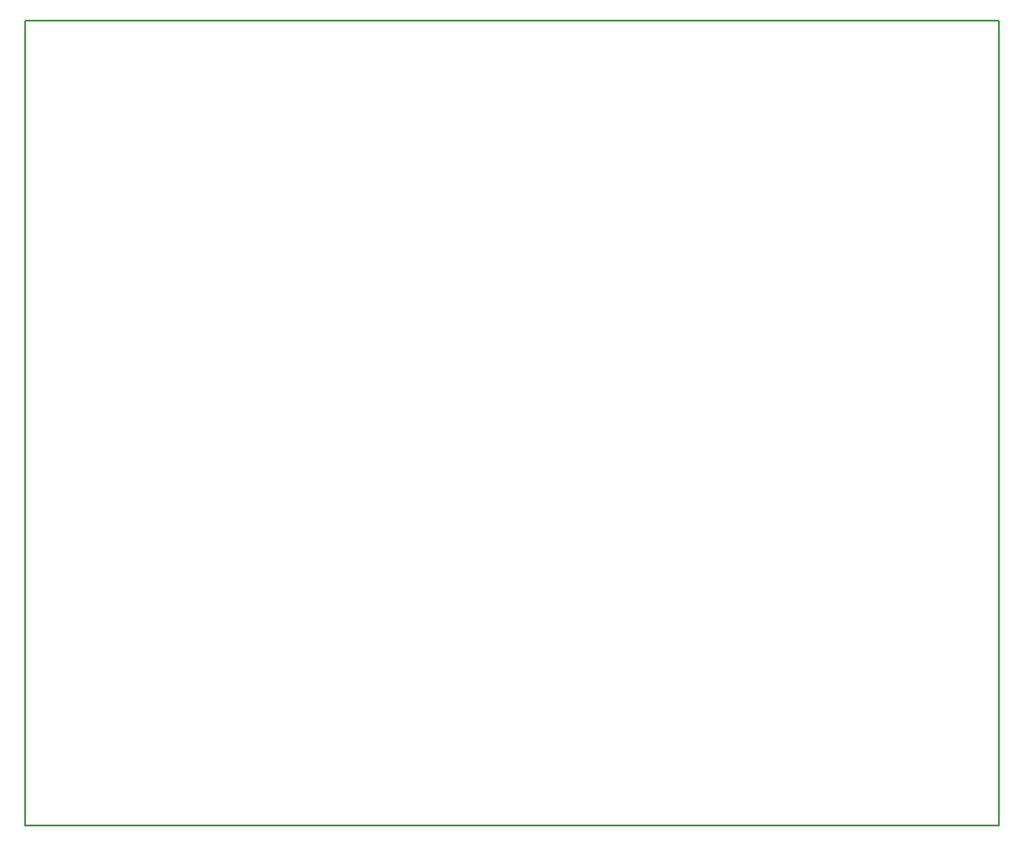
<source format=gbr>
G04 #@! TF.GenerationSoftware,KiCad,Pcbnew,(5.1.0)-1*
G04 #@! TF.CreationDate,2019-05-11T01:28:06-04:00*
G04 #@! TF.ProjectId,Bumblebee-dual-motor-driver,42756d62-6c65-4626-9565-2d6475616c2d,rev?*
G04 #@! TF.SameCoordinates,Original*
G04 #@! TF.FileFunction,Profile,NP*
%FSLAX46Y46*%
G04 Gerber Fmt 4.6, Leading zero omitted, Abs format (unit mm)*
G04 Created by KiCad (PCBNEW (5.1.0)-1) date 2019-05-11 01:28:06*
%MOMM*%
%LPD*%
G04 APERTURE LIST*
%ADD10C,0.200000*%
G04 APERTURE END LIST*
D10*
X79375000Y-78105000D02*
X171196000Y-78105000D01*
X79375000Y-154051000D02*
X79375000Y-78105000D01*
X171196000Y-154051000D02*
X79375000Y-154051000D01*
X171196000Y-78105000D02*
X171196000Y-154051000D01*
M02*

</source>
